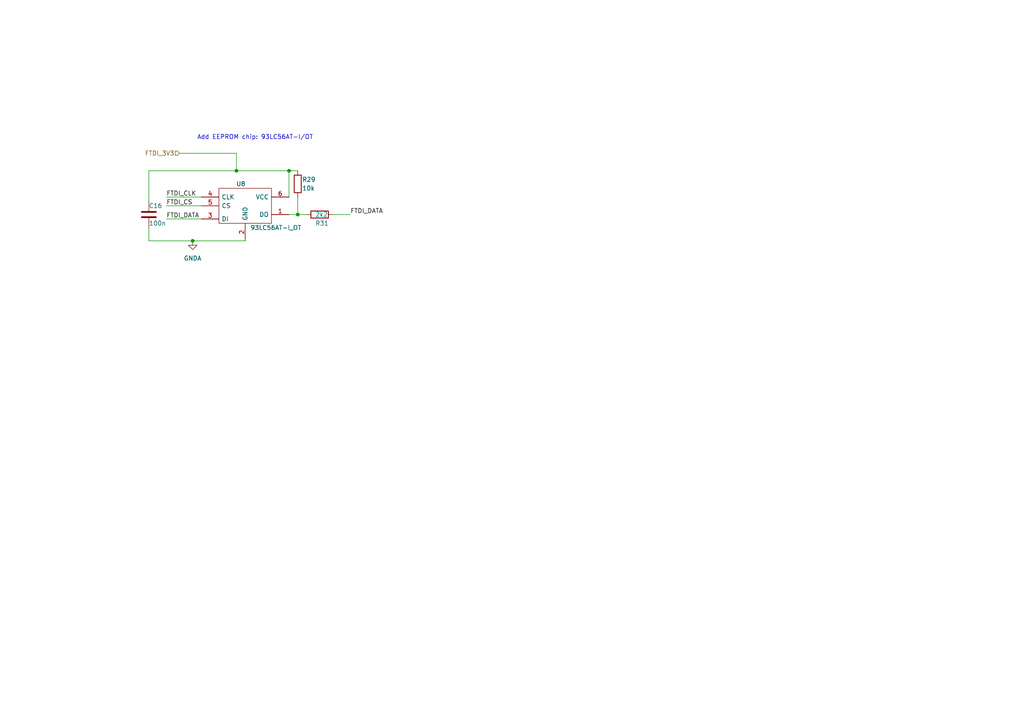
<source format=kicad_sch>
(kicad_sch (version 20211123) (generator eeschema)
  (paper "A4")
  (lib_symbols
    (symbol "Custom_library:93LC56AT-I_OT" (pin_names (offset 0.762))
      (property "Reference" "U?" (at 12.7 3.81 0))
      (property "Value" "93LC56AT-I_OT" (at 13.335 -8.89 0))
      (symbol "93LC56AT-I_OT_0_0"
        (pin passive line (at 25.4 -5.08 180) (length 5.08) (name "DO") (number "1"))
        (pin passive line (at 12.7 -12.7 90) (length 5.08) (name "GND") (number "2"))
        (pin passive line (at 0 -6.35 0) (length 5.08) (name "DI") (number "3"))
        (pin passive line (at 0 0 0) (length 5.08) (name "CLK") (number "4"))
        (pin passive line (at 0 -2.54 0) (length 5.08) (name "CS") (number "5"))
        (pin passive line (at 25.4 0 180) (length 5.08) (name "VCC") (number "6"))
      )
      (symbol "93LC56AT-I_OT_0_1"
        (polyline (pts (xy 5.08 2.54) (xy 20.32 2.54) (xy 20.32 -7.62) (xy 5.08 -7.62) (xy 5.08 2.54)) (stroke (width 0.1524)))
      )
    )
    (symbol "Device:C" (pin_numbers hide) (pin_names (offset 0.254))
      (property "Reference" "C" (at 0.635 2.54 0))
      (property "Value" "C" (at 0.635 -2.54 0))
      (symbol "C_0_1"
        (polyline (pts (xy -2.032 -0.762) (xy 2.032 -0.762)) (stroke (width 0.508)))
        (polyline (pts (xy -2.032 0.762) (xy 2.032 0.762)) (stroke (width 0.508)))
      )
      (symbol "C_1_1"
        (pin passive line (at 0 3.81 270) (length 2.794) (name "~") (number "1"))
        (pin passive line (at 0 -3.81 90) (length 2.794) (name "~") (number "2"))
      )
    )
    (symbol "Device:R" (pin_numbers hide) (pin_names (offset 0))
      (property "Reference" "R" (at 2.032 0 90))
      (property "Value" "R" (at 0 0 90))
      (symbol "R_0_1"
        (rectangle (start -1.016 -2.54) (end 1.016 2.54) (stroke (width 0.254)))
      )
      (symbol "R_1_1"
        (pin passive line (at 0 3.81 270) (length 1.27) (name "~") (number "1"))
        (pin passive line (at 0 -3.81 90) (length 1.27) (name "~") (number "2"))
      )
    )
    (symbol "power:GNDA" (power) (pin_names (offset 0))
      (property "Value" "GNDA" (at 0 -3.81 0))
      (symbol "GNDA_0_1"
        (polyline (pts (xy 0 0) (xy 0 -1.27) (xy 1.27 -1.27) (xy 0 -2.54) (xy -1.27 -1.27) (xy 0 -1.27)))
      )
      (symbol "GNDA_1_1"
        (pin power_in line (at 0 0 270) (length 0) hide (name "GNDA") (number "1"))
      )
    )
  )
  (junction (at 83.82 49.53))
  (junction (at 86.36 62.23))
  (junction (at 68.58 49.53))
  (junction (at 55.88 69.85))
  (wire (pts (xy 48.26 63.5) (xy 58.42 63.5)))
  (wire (pts (xy 43.18 58.42) (xy 43.18 49.53)))
  (wire (pts (xy 83.82 49.53) (xy 86.36 49.53)))
  (wire (pts (xy 52.07 44.45) (xy 68.58 44.45)))
  (wire (pts (xy 96.52 62.23) (xy 101.6 62.23)))
  (wire (pts (xy 48.26 59.69) (xy 58.42 59.69)))
  (wire (pts (xy 55.88 69.85) (xy 43.18 69.85)))
  (wire (pts (xy 55.88 69.85) (xy 71.12 69.85)))
  (wire (pts (xy 68.58 49.53) (xy 83.82 49.53)))
  (wire (pts (xy 43.18 69.85) (xy 43.18 66.04)))
  (wire (pts (xy 48.26 57.15) (xy 58.42 57.15)))
  (wire (pts (xy 68.58 49.53) (xy 68.58 44.45)))
  (wire (pts (xy 86.36 62.23) (xy 88.9 62.23)))
  (wire (pts (xy 83.82 62.23) (xy 86.36 62.23)))
  (wire (pts (xy 83.82 49.53) (xy 83.82 57.15)))
  (wire (pts (xy 86.36 57.15) (xy 86.36 62.23)))
  (wire (pts (xy 43.18 49.53) (xy 68.58 49.53)))
  (text "Add EEPROM chip: 93LC56AT-I/OT" (at 57.15 40.64 0) (effects (font (size 1.27 1.27)) (justify left bottom)))
  (label "FTDI_CLK" (at 48.26 57.15 0))
  (label "FTDI_DATA" (at 48.26 63.5 0))
  (label "FTDI_CS" (at 48.26 59.69 0))
  (label "FTDI_DATA" (at 101.6 62.23 0))
  (hierarchical_label "FTDI_3V3" (shape input) (at 52.07 44.45 180))
  (symbol (lib_id "Device:R") (at 86.36 53.34 0) (unit 1)
    (property "Reference" "R29" (at 87.63 52.07 0) (effects (justify left)))
    (property "Value" "10k" (at 87.63 54.61 0) (effects (justify left)))
  )
  (symbol (lib_id "Device:R") (at 92.71 62.23 270) (unit 1)
    (property "Reference" "R31" (at 91.44 64.77 90) (effects (justify left)))
    (property "Value" "2k2" (at 91.44 62.23 90) (effects (justify left)))
  )
  (symbol (lib_id "Device:C") (at 43.18 62.23 0) (unit 1)
    (property "Reference" "C16" (at 43.18 59.69 0) (effects (justify left)))
    (property "Value" "100n" (at 43.18 64.77 0) (effects (justify left)))
  )
  (symbol (lib_id "power:GNDA") (at 55.88 69.85 0) (unit 1)
    (property "Reference" "#PWR?" (effects hide))
    (property "Value" "GNDA" (at 55.88 74.93 0))
  )
  (symbol (lib_id "Custom_library:93LC56AT-I_OT") (at 58.42 57.15 0) (unit 1)
    (property "Reference" "U8" (at 69.85 53.34 0))
    (property "Value" "93LC56AT-I_OT" (at 80.01 66.04 0))
  )
)
</source>
